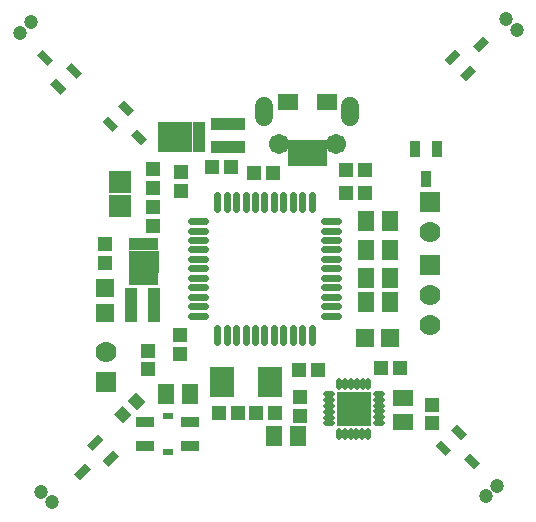
<source format=gts>
G04 ---------------------------- Layer name :TOP SOLDER LAYER*
G04 EasyEDA v5.6.15, Thu, 26 Jul 2018 23:30:40 GMT*
G04 3f3d84fbcde042cdb59b76facc9dedd5*
G04 Gerber Generator version 0.2*
G04 Scale: 100 percent, Rotated: No, Reflected: No *
G04 Dimensions in millimeters *
G04 leading zeros omitted , absolute positions ,3 integer and 3 decimal *
%FSLAX33Y33*%
%MOMM*%
G90*
G71D02*

%ADD20C,0.483210*%
%ADD21C,0.623189*%
%ADD24R,2.903220X1.003198*%
%ADD25R,0.903199X1.453210*%
%ADD26R,1.503197X0.903224*%
%ADD27R,0.903224X0.503174*%
%ADD28R,1.203198X1.303198*%
%ADD29R,1.303198X1.203198*%
%ADD30R,2.103196X2.603195*%
%ADD31R,1.363218X1.673098*%
%ADD32R,1.673098X1.363218*%
%ADD33R,1.003198X2.903220*%
%ADD34R,1.602740X1.503680*%
%ADD35R,1.503680X1.602740*%
%ADD36R,2.883205X2.883205*%
%ADD37R,0.653212X2.203196*%
%ADD38R,1.803197X1.403096*%
%ADD39R,2.628900X1.866900*%
%ADD40R,0.495300X1.079500*%
%ADD41R,1.866900X2.628900*%
%ADD42R,1.079500X0.495300*%
%ADD43R,1.778000X1.778000*%
%ADD44C,1.778000*%
%ADD45C,1.203198*%
%ADD46R,1.879600X1.879600*%
%ADD47C,1.703197*%
%ADD48C,1.503197*%

%LPD*%
G54D20*
G01X45548Y23378D02*
G01X45028Y23378D01*
G01X45548Y23878D02*
G01X45028Y23878D01*
G01X45548Y24378D02*
G01X45028Y24378D01*
G01X45548Y24876D02*
G01X45028Y24876D01*
G01X45548Y25377D02*
G01X45028Y25377D01*
G01X45548Y25877D02*
G01X45028Y25877D01*
G01X44424Y26470D02*
G01X44424Y26990D01*
G01X43924Y26470D02*
G01X43924Y26990D01*
G01X43423Y26470D02*
G01X43423Y26990D01*
G01X42926Y26470D02*
G01X42926Y26990D01*
G01X42425Y26470D02*
G01X42425Y26990D01*
G01X41925Y26470D02*
G01X41925Y26990D01*
G01X41331Y25867D02*
G01X40811Y25867D01*
G01X41331Y25366D02*
G01X40811Y25366D01*
G01X41331Y24866D02*
G01X40811Y24866D01*
G01X41331Y24368D02*
G01X40811Y24368D01*
G01X41331Y23868D02*
G01X40811Y23868D01*
G01X41331Y23368D02*
G01X40811Y23368D01*
G01X41910Y22229D02*
G01X41910Y22749D01*
G01X42410Y22229D02*
G01X42410Y22749D01*
G01X42910Y22229D02*
G01X42910Y22749D01*
G01X43408Y22229D02*
G01X43408Y22749D01*
G01X43908Y22229D02*
G01X43908Y22749D01*
G01X44409Y22229D02*
G01X44409Y22749D01*
G54D48*
G01X35623Y49308D02*
G01X35623Y50208D01*
G01X42862Y49308D02*
G01X42862Y50208D01*
G54D21*
G01X29380Y40497D02*
G01X30561Y40497D01*
G01X29380Y39697D02*
G01X30561Y39697D01*
G01X29380Y38897D02*
G01X30561Y38897D01*
G01X29380Y38097D02*
G01X30561Y38097D01*
G01X29380Y37297D02*
G01X30561Y37297D01*
G01X29380Y36497D02*
G01X30561Y36497D01*
G01X29380Y35697D02*
G01X30561Y35697D01*
G01X29380Y34897D02*
G01X30561Y34897D01*
G01X29380Y34097D02*
G01X30561Y34097D01*
G01X29380Y33297D02*
G01X30561Y33297D01*
G01X29380Y32497D02*
G01X30561Y32497D01*
G01X31620Y31437D02*
G01X31620Y30257D01*
G01X32421Y31437D02*
G01X32421Y30257D01*
G01X33220Y31437D02*
G01X33220Y30257D01*
G01X34021Y31437D02*
G01X34021Y30257D01*
G01X34820Y31437D02*
G01X34820Y30257D01*
G01X35620Y31437D02*
G01X35620Y30257D01*
G01X36421Y31437D02*
G01X36421Y30257D01*
G01X37220Y31437D02*
G01X37220Y30257D01*
G01X38021Y31437D02*
G01X38021Y30257D01*
G01X38820Y31437D02*
G01X38820Y30257D01*
G01X39620Y31437D02*
G01X39620Y30257D01*
G01X40680Y32497D02*
G01X41860Y32497D01*
G01X40680Y33297D02*
G01X41860Y33297D01*
G01X40680Y34097D02*
G01X41860Y34097D01*
G01X40680Y34897D02*
G01X41860Y34897D01*
G01X40680Y35697D02*
G01X41860Y35697D01*
G01X40680Y36497D02*
G01X41860Y36497D01*
G01X40680Y37297D02*
G01X41860Y37297D01*
G01X40680Y38097D02*
G01X41860Y38097D01*
G01X40680Y38897D02*
G01X41860Y38897D01*
G01X40680Y39697D02*
G01X41860Y39697D01*
G01X40680Y40497D02*
G01X41860Y40497D01*
G01X39620Y42737D02*
G01X39620Y41557D01*
G01X38820Y42737D02*
G01X38820Y41557D01*
G01X38021Y42737D02*
G01X38021Y41557D01*
G01X37220Y42737D02*
G01X37220Y41557D01*
G01X36421Y42737D02*
G01X36421Y41557D01*
G01X35620Y42737D02*
G01X35620Y41557D01*
G01X34820Y42737D02*
G01X34820Y41557D01*
G01X34021Y42737D02*
G01X34021Y41557D01*
G01X33220Y42737D02*
G01X33220Y41557D01*
G01X32421Y42737D02*
G01X32421Y41557D01*
G01X31620Y42737D02*
G01X31620Y41557D01*
G54D24*
G01X32512Y48749D03*
G01X32512Y46749D03*
G36*
G01X17721Y54131D02*
G01X17226Y53636D01*
G01X16342Y54520D01*
G01X16837Y55015D01*
G01X17721Y54131D01*
G37*
G36*
G01X20160Y53036D02*
G01X19665Y52541D01*
G01X18781Y53425D01*
G01X19276Y53920D01*
G01X20160Y53036D01*
G37*
G36*
G01X18817Y51692D02*
G01X18322Y51197D01*
G01X17438Y52081D01*
G01X17933Y52576D01*
G01X18817Y51692D01*
G37*
G54D25*
G01X49276Y44074D03*
G01X48326Y46573D03*
G01X50225Y46573D03*
G54D26*
G01X29331Y21463D03*
G01X29331Y23463D03*
G01X25532Y21463D03*
G01X25532Y23463D03*
G54D27*
G01X27432Y20939D03*
G01X27432Y23987D03*
G54D28*
G01X34940Y24241D03*
G01X36540Y24241D03*
G01X33360Y24242D03*
G01X31760Y24242D03*
G01X42560Y42910D03*
G01X44160Y42910D03*
G54D29*
G01X28447Y30830D03*
G01X28447Y29230D03*
G54D28*
G01X42560Y44815D03*
G01X44160Y44815D03*
G54D30*
G01X32004Y26909D03*
G01X36104Y26909D03*
G54D28*
G01X47101Y28052D03*
G01X45501Y28052D03*
G01X40116Y27925D03*
G01X38516Y27925D03*
G54D29*
G01X38607Y25623D03*
G01X38607Y24023D03*
G54D31*
G01X36449Y22336D03*
G01X38481Y22336D03*
G54D32*
G01X47371Y25511D03*
G01X47371Y23479D03*
G54D33*
G01X26285Y33385D03*
G01X24285Y33385D03*
G54D29*
G01X22148Y38577D03*
G01X22148Y36977D03*
G54D34*
G01X22098Y34799D03*
G01X22098Y32699D03*
G54D29*
G01X26162Y43307D03*
G01X26162Y44906D03*
G54D28*
G01X36306Y44562D03*
G01X34706Y44562D03*
G01X32750Y45070D03*
G01X31150Y45070D03*
G54D43*
G01X49657Y42148D03*
G54D44*
G01X49657Y39608D03*
G01X49657Y31734D03*
G01X49657Y34274D03*
G54D43*
G01X49657Y36814D03*
G01X22225Y26908D03*
G54D44*
G01X22225Y29448D03*
G36*
G01X20401Y19992D02*
G01X20896Y19497D01*
G01X20012Y18613D01*
G01X19517Y19108D01*
G01X20401Y19992D01*
G37*
G36*
G01X21497Y22431D02*
G01X21992Y21936D01*
G01X21108Y21052D01*
G01X20613Y21547D01*
G01X21497Y22431D01*
G37*
G36*
G01X22840Y21088D02*
G01X23335Y20593D01*
G01X22451Y19709D01*
G01X21956Y20204D01*
G01X22840Y21088D01*
G37*
G36*
G01X53766Y54779D02*
G01X53271Y55274D01*
G01X54155Y56158D01*
G01X54650Y55663D01*
G01X53766Y54779D01*
G37*
G36*
G01X52670Y52340D02*
G01X52175Y52835D01*
G01X53059Y53719D01*
G01X53554Y53224D01*
G01X52670Y52340D01*
G37*
G36*
G01X51327Y53684D02*
G01X50832Y54179D01*
G01X51716Y55063D01*
G01X52211Y54568D01*
G01X51327Y53684D01*
G37*
G54D31*
G01X44196Y35671D03*
G01X46228Y35671D03*
G01X44196Y38084D03*
G01X46228Y38084D03*
G01X44196Y33639D03*
G01X46228Y33639D03*
G54D45*
G01X54411Y17185D03*
G01X55316Y18089D03*
G01X16692Y17581D03*
G01X17597Y16677D03*
G01X56967Y56682D03*
G01X56062Y57586D03*
G01X15819Y57332D03*
G01X14914Y56428D03*
G36*
G01X24315Y47818D02*
G01X24810Y48313D01*
G01X25694Y47429D01*
G01X25199Y46934D01*
G01X24315Y47818D01*
G37*
G36*
G01X21876Y48914D02*
G01X22371Y49409D01*
G01X23255Y48525D01*
G01X22760Y48030D01*
G01X21876Y48914D01*
G37*
G36*
G01X23219Y50257D02*
G01X23714Y50752D01*
G01X24598Y49868D01*
G01X24103Y49373D01*
G01X23219Y50257D01*
G37*
G54D35*
G01X46245Y30591D03*
G01X44144Y30591D03*
G54D46*
G01X23368Y41793D03*
G01X23368Y43774D03*
G54D29*
G01X49784Y23368D03*
G01X49784Y24967D03*
G54D36*
G01X43180Y24622D03*
G54D37*
G01X37953Y46273D03*
G01X38603Y46273D03*
G01X39253Y46273D03*
G01X39903Y46273D03*
G01X40553Y46273D03*
G54D47*
G01X41653Y47058D03*
G01X36812Y47058D03*
G54D38*
G01X37647Y50585D03*
G01X40926Y50569D03*
G54D31*
G01X44196Y40497D03*
G01X46228Y40497D03*
G36*
G01X52509Y20386D02*
G01X53004Y20881D01*
G01X53888Y19997D01*
G01X53393Y19502D01*
G01X52509Y20386D01*
G37*
G36*
G01X50070Y21482D02*
G01X50565Y21977D01*
G01X51449Y21093D01*
G01X50954Y20598D01*
G01X50070Y21482D01*
G37*
G36*
G01X51413Y22825D02*
G01X51908Y23320D01*
G01X52792Y22436D01*
G01X52297Y21941D01*
G01X51413Y22825D01*
G37*
G54D39*
G01X25400Y37068D03*
G54D40*
G01X24409Y35595D03*
G01X24892Y35595D03*
G01X25400Y35595D03*
G01X25908Y35595D03*
G01X26390Y35595D03*
G01X26390Y38541D03*
G01X25908Y38541D03*
G01X25400Y38541D03*
G01X24892Y38541D03*
G01X24409Y38541D03*
G54D41*
G01X28575Y47609D03*
G54D42*
G01X30048Y46619D03*
G01X30048Y47101D03*
G01X30048Y47609D03*
G01X30048Y48117D03*
G01X30048Y48600D03*
G01X27101Y48600D03*
G01X27101Y48117D03*
G01X27101Y47609D03*
G01X27101Y47101D03*
G01X27101Y46619D03*
G54D31*
G01X27305Y25892D03*
G01X29337Y25892D03*
G36*
G01X23597Y24867D02*
G01X24375Y24090D01*
G01X23668Y23383D01*
G01X22890Y24160D01*
G01X23597Y24867D01*
G37*
G36*
G01X24728Y25999D02*
G01X25506Y25221D01*
G01X24799Y24514D01*
G01X24021Y25291D01*
G01X24728Y25999D01*
G37*
G54D29*
G01X25781Y27940D03*
G01X25781Y29539D03*
G01X26187Y41650D03*
G01X26187Y40050D03*
G01X28575Y43053D03*
G01X28575Y44652D03*
M00*
M02*

</source>
